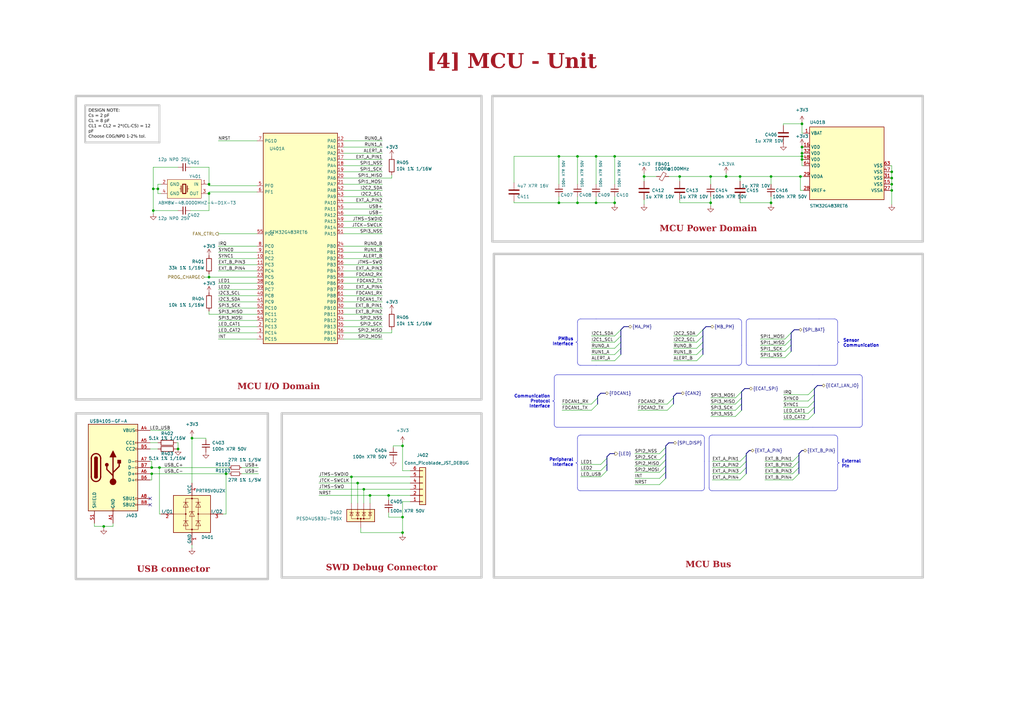
<source format=kicad_sch>
(kicad_sch (version 20230121) (generator eeschema)
  (paper "A3")
  (title_block (title "Sheet Title A") (date "Last Modified Date") (rev "${REVISION}") (company "${COMPANY}"))
  (junction (at 165.1 212.09))
  (junction (at 92.71 194.31))
  (junction (at 328.93 65.405))
  (junction (at 297.815 72.39))
  (junction (at 42.545 215.9))
  (junction (at 64.77 77.47))
  (junction (at 365.76 73.025))
  (junction (at 151.765 203.2))
  (junction (at 165.1 218.44))
  (junction (at 73.025 184.15))
  (junction (at 291.465 83.185))
  (junction (at 78.74 179.705))
  (junction (at 85.725 75.565))
  (junction (at 85.725 79.375))
  (junction (at 144.145 195.58))
  (junction (at 252.095 83.185))
  (junction (at 244.475 83.185))
  (junction (at 62.23 194.31))
  (junction (at 316.23 72.39))
  (junction (at 328.295 72.39))
  (junction (at 316.23 83.185))
  (junction (at 62.865 86.36))
  (junction (at 149.225 200.66))
  (junction (at 328.93 62.865))
  (junction (at 236.855 83.185))
  (junction (at 229.235 64.135))
  (junction (at 62.23 191.77))
  (junction (at 328.93 50.8))
  (junction (at 244.475 64.135))
  (junction (at 278.765 72.39))
  (junction (at 62.865 77.47))
  (junction (at 303.53 72.39))
  (junction (at 365.76 70.485))
  (junction (at 365.76 75.565))
  (junction (at 146.685 198.12))
  (junction (at 328.93 64.135))
  (junction (at 252.095 64.135))
  (junction (at 365.76 78.105))
  (junction (at 165.1 182.88))
  (junction (at 264.16 72.39))
  (junction (at 236.855 64.135))
  (junction (at 85.725 113.665))
  (junction (at 229.235 83.185))
  (junction (at 159.385 203.2))
  (junction (at 328.93 60.325))
  (junction (at 291.465 72.39))
  (junction (at 65.405 191.77))
  (no_connect (at 61.595 207.01))
  (no_connect (at 61.595 204.47))
  (bus_entry (at 254.635 142.875) (size -2.54 2.54))
  (bus_entry (at 246.38 195.58) (size 2.54 -2.54))
  (bus_entry (at 334 167.01) (size -2.54 2.54))
  (bus_entry (at 324.495 139.055) (size -2.54 2.54))
  (bus_entry (at 246.38 193.04) (size 2.54 -2.54))
  (bus_entry (at 306.07 194.31) (size -2.54 2.54))
  (bus_entry (at 273.05 183.515) (size -2.54 2.54))
  (bus_entry (at 273.05 186.055) (size -2.54 2.54))
  (bus_entry (at 242.57 168.275) (size 2.54 -2.54))
  (bus_entry (at 334 169.55) (size -2.54 2.54))
  (bus_entry (at 304.165 165.735) (size -2.54 2.54))
  (bus_entry (at 273.05 196.215) (size -2.54 2.54))
  (bus_entry (at 273.685 165.735) (size 2.54 -2.54))
  (bus_entry (at 273.05 191.135) (size -2.54 2.54))
  (bus_entry (at 304.165 168.275) (size -2.54 2.54))
  (bus_entry (at 306.07 186.69) (size -2.54 2.54))
  (bus_entry (at 327.66 194.31) (size -2.54 2.54))
  (bus_entry (at 306.07 189.23) (size -2.54 2.54))
  (bus_entry (at 306.07 191.77) (size -2.54 2.54))
  (bus_entry (at 327.66 189.23) (size -2.54 2.54))
  (bus_entry (at 246.38 190.5) (size 2.54 -2.54))
  (bus_entry (at 254.635 140.335) (size -2.54 2.54))
  (bus_entry (at 273.05 188.595) (size -2.54 2.54))
  (bus_entry (at 304.165 163.195) (size -2.54 2.54))
  (bus_entry (at 254.635 137.795) (size -2.54 2.54))
  (bus_entry (at 288.29 135.255) (size -2.54 2.54))
  (bus_entry (at 334 164.47) (size -2.54 2.54))
  (bus_entry (at 324.495 136.515) (size -2.54 2.54))
  (bus_entry (at 334 161.93) (size -2.54 2.54))
  (bus_entry (at 242.57 165.735) (size 2.54 -2.54))
  (bus_entry (at 334 159.39) (size -2.54 2.54))
  (bus_entry (at 254.635 145.415) (size -2.54 2.54))
  (bus_entry (at 327.66 191.77) (size -2.54 2.54))
  (bus_entry (at 254.635 135.255) (size -2.54 2.54))
  (bus_entry (at 324.495 141.595) (size -2.54 2.54))
  (bus_entry (at 327.66 186.69) (size -2.54 2.54))
  (bus_entry (at 288.29 145.415) (size -2.54 2.54))
  (bus_entry (at 273.05 193.675) (size -2.54 2.54))
  (bus_entry (at 288.29 137.795) (size -2.54 2.54))
  (bus_entry (at 288.29 142.875) (size -2.54 2.54))
  (bus_entry (at 288.29 140.335) (size -2.54 2.54))
  (bus_entry (at 304.165 160.655) (size -2.54 2.54))
  (bus_entry (at 324.495 144.135) (size -2.54 2.54))
  (bus_entry (at 273.685 168.275) (size 2.54 -2.54))
  (bus (pts (xy 250.19 186.055) (xy 252.095 186.055)))
  (wire (pts (xy 328.93 50.8) (xy 328.93 54.61)))
  (wire (pts (xy 161.29 182.88) (xy 165.1 182.88)))
  (bus (pts (xy 304.165 160.655) (xy 304.165 163.195)))
  (wire (pts (xy 264.16 71.12) (xy 264.16 72.39)))
  (wire (pts (xy 66.04 79.375) (xy 64.77 79.375)))
  (bus (pts (xy 254.635 137.795) (xy 254.635 140.335)))
  (wire (pts (xy 140.97 111.125) (xy 156.845 111.125)))
  (wire (pts (xy 316.23 72.39) (xy 316.23 75.565)))
  (wire (pts (xy 165.1 218.44) (xy 165.1 219.075)))
  (wire (pts (xy 273.685 168.275) (xy 261.62 168.275)))
  (wire (pts (xy 159.385 212.09) (xy 165.1 212.09)))
  (wire (pts (xy 85.725 75.565) (xy 85.09 75.565)))
  (wire (pts (xy 328.93 65.405) (xy 329.565 65.405)))
  (bus (pts (xy 276.225 162.56) (xy 277.495 161.29)))
  (polyline (pts (xy 333.365 175.265) (xy 352.415 175.265)))
  (wire (pts (xy 92.71 210.82) (xy 92.71 194.31)))
  (wire (pts (xy 328.295 72.39) (xy 329.565 72.39)))
  (wire (pts (xy 328.93 62.865) (xy 328.93 60.325)))
  (wire (pts (xy 229.235 80.645) (xy 229.235 83.185)))
  (wire (pts (xy 321.31 50.8) (xy 328.93 50.8)))
  (wire (pts (xy 274.32 72.39) (xy 278.765 72.39)))
  (polyline (pts (xy 342.265 130.81) (xy 335.915 130.81)))
  (wire (pts (xy 62.23 196.85) (xy 62.23 194.31)))
  (wire (pts (xy 78.74 179.705) (xy 78.74 198.12)))
  (bus (pts (xy 324.495 141.595) (xy 324.495 144.135)))
  (bus (pts (xy 245.11 162.56) (xy 246.38 161.29)))
  (polyline (pts (xy 228.6 175.26) (xy 333.365 175.265)))
  (wire (pts (xy 99.06 194.31) (xy 106.045 194.31)))
  (wire (pts (xy 244.475 83.185) (xy 252.095 83.185)))
  (wire (pts (xy 297.815 72.39) (xy 303.53 72.39)))
  (wire (pts (xy 303.53 72.39) (xy 316.23 72.39)))
  (wire (pts (xy 105.41 111.125) (xy 89.535 111.125)))
  (wire (pts (xy 165.1 181.61) (xy 165.1 182.88)))
  (wire (pts (xy 61.595 194.31) (xy 62.23 194.31)))
  (wire (pts (xy 365.76 73.025) (xy 365.76 75.565)))
  (wire (pts (xy 64.77 77.47) (xy 62.865 77.47)))
  (wire (pts (xy 156.845 60.325) (xy 140.97 60.325)))
  (wire (pts (xy 264.16 81.915) (xy 264.16 83.82)))
  (wire (pts (xy 156.845 100.965) (xy 140.97 100.965)))
  (wire (pts (xy 311.795 141.595) (xy 321.955 141.595)))
  (wire (pts (xy 328.93 50.165) (xy 328.93 50.8)))
  (bus (pts (xy 273.05 182.88) (xy 273.05 183.515)))
  (wire (pts (xy 89.535 116.205) (xy 105.41 116.205)))
  (wire (pts (xy 260.35 188.595) (xy 270.51 188.595)))
  (wire (pts (xy 156.845 62.865) (xy 140.97 62.865)))
  (wire (pts (xy 156.845 106.045) (xy 140.97 106.045)))
  (wire (pts (xy 365.76 67.945) (xy 365.76 70.485)))
  (wire (pts (xy 365.76 78.105) (xy 365.76 83.82)))
  (wire (pts (xy 89.535 131.445) (xy 105.41 131.445)))
  (wire (pts (xy 278.765 72.39) (xy 291.465 72.39)))
  (bus (pts (xy 288.29 140.335) (xy 288.29 142.875)))
  (bus (pts (xy 306.07 189.23) (xy 306.07 191.77)))
  (wire (pts (xy 236.855 83.185) (xy 244.475 83.185)))
  (wire (pts (xy 78.74 224.79) (xy 78.74 223.52)))
  (bus (pts (xy 306.07 191.77) (xy 306.07 194.31)))
  (wire (pts (xy 89.535 136.525) (xy 105.41 136.525)))
  (wire (pts (xy 291.465 80.645) (xy 291.465 83.185)))
  (wire (pts (xy 83.82 113.665) (xy 85.725 113.665)))
  (wire (pts (xy 85.725 86.36) (xy 85.725 79.375)))
  (wire (pts (xy 89.535 121.285) (xy 105.41 121.285)))
  (wire (pts (xy 229.235 64.135) (xy 229.235 75.565)))
  (wire (pts (xy 321.3 172.09) (xy 331.46 172.09)))
  (bus (pts (xy 245.11 163.195) (xy 245.11 165.735)))
  (wire (pts (xy 297.815 71.12) (xy 297.815 72.39)))
  (bus (pts (xy 254.635 140.335) (xy 254.635 142.875)))
  (wire (pts (xy 244.475 64.135) (xy 252.095 64.135)))
  (wire (pts (xy 242.57 140.335) (xy 252.095 140.335)))
  (polyline (pts (xy 306.065 148.585) (xy 306.07 141.605)))
  (wire (pts (xy 246.38 193.04) (xy 238.125 193.04)))
  (wire (pts (xy 242.57 137.795) (xy 252.095 137.795)))
  (wire (pts (xy 140.97 108.585) (xy 156.845 108.585)))
  (wire (pts (xy 140.97 123.825) (xy 156.845 123.825)))
  (bus (pts (xy 248.92 190.5) (xy 248.92 193.04)))
  (polyline (pts (xy 236.85 179.71) (xy 236.855 189.23)))
  (wire (pts (xy 365.76 78.105) (xy 365.125 78.105)))
  (wire (pts (xy 85.725 78.74) (xy 105.41 78.74)))
  (wire (pts (xy 140.97 85.725) (xy 156.845 85.725)))
  (wire (pts (xy 278.765 83.185) (xy 291.465 83.185)))
  (bus (pts (xy 248.92 187.325) (xy 248.92 187.96)))
  (bus (pts (xy 334 159.39) (xy 335.27 158.12)))
  (bus (pts (xy 327.66 186.055) (xy 327.66 186.69)))
  (wire (pts (xy 144.145 206.375) (xy 144.145 195.58)))
  (bus (pts (xy 273.05 182.88) (xy 274.32 181.61)))
  (wire (pts (xy 260.35 191.135) (xy 270.51 191.135)))
  (wire (pts (xy 156.845 103.505) (xy 140.97 103.505)))
  (wire (pts (xy 210.82 74.93) (xy 210.82 64.135)))
  (wire (pts (xy 156.845 131.445) (xy 140.97 131.445)))
  (wire (pts (xy 85.725 76.2) (xy 105.41 76.2)))
  (wire (pts (xy 252.095 64.135) (xy 252.095 75.565)))
  (wire (pts (xy 61.595 189.23) (xy 62.23 189.23)))
  (wire (pts (xy 105.41 57.785) (xy 89.535 57.785)))
  (wire (pts (xy 276.225 142.875) (xy 285.75 142.875)))
  (wire (pts (xy 62.23 191.77) (xy 65.405 191.77)))
  (bus (pts (xy 288.29 135.255) (xy 289.56 133.985)))
  (wire (pts (xy 161.29 183.515) (xy 161.29 182.88)))
  (wire (pts (xy 92.71 194.31) (xy 93.98 194.31)))
  (wire (pts (xy 168.275 205.74) (xy 165.1 205.74)))
  (wire (pts (xy 260.35 196.215) (xy 270.51 196.215)))
  (wire (pts (xy 85.725 79.375) (xy 85.09 79.375)))
  (wire (pts (xy 365.76 70.485) (xy 365.125 70.485)))
  (wire (pts (xy 140.97 75.565) (xy 156.845 75.565)))
  (wire (pts (xy 140.97 80.645) (xy 156.845 80.645)))
  (polyline (pts (xy 290.83 179.705) (xy 290.825 189.23)))
  (bus (pts (xy 304.165 160.655) (xy 305.435 159.385)))
  (bus (pts (xy 334 161.93) (xy 334 164.47)))
  (wire (pts (xy 159.385 203.2) (xy 168.275 203.2)))
  (wire (pts (xy 252.095 80.645) (xy 252.095 83.185)))
  (wire (pts (xy 276.225 140.335) (xy 285.75 140.335)))
  (wire (pts (xy 156.845 133.985) (xy 140.97 133.985)))
  (wire (pts (xy 156.845 57.785) (xy 140.97 57.785)))
  (wire (pts (xy 273.685 165.735) (xy 261.62 165.735)))
  (bus (pts (xy 289.56 133.985) (xy 291.465 133.985)))
  (wire (pts (xy 105.41 108.585) (xy 89.535 108.585)))
  (polyline (pts (xy 228.6 153.67) (xy 333.365 153.675)))
  (wire (pts (xy 72.39 181.61) (xy 73.025 181.61)))
  (wire (pts (xy 244.475 64.135) (xy 244.475 75.565)))
  (wire (pts (xy 78.74 179.705) (xy 84.455 179.705)))
  (wire (pts (xy 321.31 50.8) (xy 321.31 51.435)))
  (wire (pts (xy 140.97 136.525) (xy 160.655 136.525)))
  (wire (pts (xy 276.225 147.955) (xy 285.75 147.955)))
  (wire (pts (xy 62.23 194.31) (xy 92.71 194.31)))
  (bus (pts (xy 324.495 136.515) (xy 325.765 135.245)))
  (wire (pts (xy 89.535 100.965) (xy 105.41 100.965)))
  (wire (pts (xy 62.865 68.58) (xy 62.865 77.47)))
  (wire (pts (xy 291.465 72.39) (xy 291.465 75.565)))
  (wire (pts (xy 292.1 191.77) (xy 303.53 191.77)))
  (bus (pts (xy 288.29 137.795) (xy 288.29 140.335)))
  (wire (pts (xy 252.095 64.135) (xy 328.93 64.135)))
  (wire (pts (xy 365.76 73.025) (xy 365.125 73.025)))
  (wire (pts (xy 291.465 163.195) (xy 301.625 163.195)))
  (wire (pts (xy 236.855 64.135) (xy 236.855 75.565)))
  (polyline (pts (xy 227.32 165.11) (xy 227.33 173.99)))
  (polyline (pts (xy 343.535 140.97) (xy 343.53 148.585)))
  (wire (pts (xy 321.3 167.01) (xy 331.46 167.01)))
  (wire (pts (xy 85.725 128.905) (xy 105.41 128.905)))
  (wire (pts (xy 89.535 118.745) (xy 105.41 118.745)))
  (polyline (pts (xy 238.125 149.86) (xy 244.475 149.86)))
  (bus (pts (xy 324.495 139.055) (xy 324.495 141.595)))
  (wire (pts (xy 89.535 95.885) (xy 105.41 95.885)))
  (bus (pts (xy 324.495 136.515) (xy 324.495 139.055)))
  (bus (pts (xy 305.435 159.385) (xy 307.34 159.385)))
  (wire (pts (xy 365.76 67.945) (xy 365.125 67.945)))
  (polyline (pts (xy 290.825 189.23) (xy 290.83 200.025)))
  (wire (pts (xy 140.97 78.105) (xy 156.845 78.105)))
  (wire (pts (xy 140.97 67.945) (xy 156.845 67.945)))
  (bus (pts (xy 325.765 135.245) (xy 327.67 135.245)))
  (bus (pts (xy 306.07 186.055) (xy 306.07 186.69)))
  (wire (pts (xy 89.535 123.825) (xy 105.41 123.825)))
  (wire (pts (xy 328.93 60.325) (xy 329.565 60.325)))
  (wire (pts (xy 276.225 145.415) (xy 285.75 145.415)))
  (wire (pts (xy 62.865 77.47) (xy 62.865 86.36)))
  (wire (pts (xy 140.97 116.205) (xy 156.845 116.205)))
  (wire (pts (xy 236.855 80.645) (xy 236.855 83.185)))
  (wire (pts (xy 264.16 72.39) (xy 264.16 74.295)))
  (polyline (pts (xy 342.265 149.86) (xy 335.915 149.86)))
  (wire (pts (xy 159.385 210.185) (xy 159.385 212.09)))
  (wire (pts (xy 229.235 83.185) (xy 236.855 83.185)))
  (wire (pts (xy 316.23 72.39) (xy 328.295 72.39)))
  (bus (pts (xy 334 164.47) (xy 334 167.01)))
  (wire (pts (xy 65.405 191.77) (xy 65.405 210.82)))
  (bus (pts (xy 246.38 161.29) (xy 248.285 161.29)))
  (wire (pts (xy 329.565 78.105) (xy 328.295 78.105)))
  (wire (pts (xy 311.795 146.675) (xy 321.955 146.675)))
  (wire (pts (xy 292.1 189.23) (xy 303.53 189.23)))
  (wire (pts (xy 242.57 145.415) (xy 252.095 145.415)))
  (bus (pts (xy 255.905 133.985) (xy 257.81 133.985)))
  (wire (pts (xy 278.765 72.39) (xy 278.765 74.295)))
  (wire (pts (xy 65.405 210.82) (xy 66.04 210.82)))
  (wire (pts (xy 89.535 106.045) (xy 105.41 106.045)))
  (wire (pts (xy 321.3 164.47) (xy 331.46 164.47)))
  (polyline (pts (xy 236.855 140.97) (xy 236.86 148.585)))
  (wire (pts (xy 61.595 196.85) (xy 62.23 196.85)))
  (wire (pts (xy 140.97 118.745) (xy 156.845 118.745)))
  (bus (pts (xy 254.635 135.255) (xy 255.905 133.985)))
  (wire (pts (xy 365.76 75.565) (xy 365.125 75.565)))
  (wire (pts (xy 149.225 200.66) (xy 168.275 200.66)))
  (wire (pts (xy 140.97 70.485) (xy 156.845 70.485)))
  (wire (pts (xy 242.57 168.275) (xy 230.505 168.275)))
  (wire (pts (xy 61.595 191.77) (xy 62.23 191.77)))
  (wire (pts (xy 328.93 59.69) (xy 328.93 60.325)))
  (wire (pts (xy 85.725 113.665) (xy 105.41 113.665)))
  (wire (pts (xy 85.725 127.635) (xy 85.725 128.905)))
  (bus (pts (xy 273.05 186.055) (xy 273.05 188.595)))
  (wire (pts (xy 242.57 147.955) (xy 252.095 147.955)))
  (wire (pts (xy 313.69 194.31) (xy 325.12 194.31)))
  (wire (pts (xy 260.35 186.055) (xy 270.51 186.055)))
  (wire (pts (xy 313.69 191.77) (xy 325.12 191.77)))
  (wire (pts (xy 276.225 137.795) (xy 285.75 137.795)))
  (wire (pts (xy 311.795 144.135) (xy 321.955 144.135)))
  (wire (pts (xy 64.77 77.47) (xy 64.77 79.375)))
  (polyline (pts (xy 343.535 179.705) (xy 343.53 189.225)))
  (wire (pts (xy 140.97 121.285) (xy 156.845 121.285)))
  (wire (pts (xy 38.735 214.63) (xy 38.735 215.9)))
  (polyline (pts (xy 342.265 178.435) (xy 292.1 178.435)))
  (bus (pts (xy 245.11 162.56) (xy 245.11 163.195)))
  (polyline (pts (xy 244.475 130.81) (xy 302.895 130.81)))
  (wire (pts (xy 168.275 193.04) (xy 165.1 193.04)))
  (wire (pts (xy 140.97 93.345) (xy 156.845 93.345)))
  (wire (pts (xy 252.095 83.185) (xy 252.095 83.82)))
  (polyline (pts (xy 343.53 132.075) (xy 343.525 139.69)))
  (wire (pts (xy 130.81 195.58) (xy 144.145 195.58)))
  (polyline (pts (xy 238.12 178.44) (xy 287.655 178.435)))
  (wire (pts (xy 140.97 139.065) (xy 156.845 139.065)))
  (polyline (pts (xy 335.915 130.81) (xy 307.34 130.81)))
  (wire (pts (xy 130.81 203.2) (xy 151.765 203.2)))
  (wire (pts (xy 84.455 180.34) (xy 84.455 179.705)))
  (wire (pts (xy 165.1 205.74) (xy 165.1 212.09)))
  (wire (pts (xy 61.595 176.53) (xy 69.85 176.53)))
  (bus (pts (xy 307.34 184.785) (xy 307.975 184.785)))
  (bus (pts (xy 334 167.01) (xy 334 169.55)))
  (wire (pts (xy 165.1 212.09) (xy 165.1 218.44)))
  (wire (pts (xy 260.35 193.675) (xy 270.51 193.675)))
  (wire (pts (xy 62.23 191.77) (xy 62.23 189.23)))
  (bus (pts (xy 248.92 187.96) (xy 248.92 190.5)))
  (polyline (pts (xy 238.125 130.81) (xy 244.475 130.81)))
  (wire (pts (xy 99.06 191.77) (xy 106.045 191.77)))
  (wire (pts (xy 229.235 64.135) (xy 236.855 64.135)))
  (bus (pts (xy 254.635 142.875) (xy 254.635 145.415)))
  (bus (pts (xy 273.05 191.135) (xy 273.05 193.675)))
  (bus (pts (xy 327.66 186.69) (xy 327.66 189.23)))
  (wire (pts (xy 85.725 112.395) (xy 85.725 113.665)))
  (wire (pts (xy 140.97 88.265) (xy 156.845 88.265)))
  (polyline (pts (xy 238.125 201.295) (xy 287.655 201.295)))
  (wire (pts (xy 61.595 184.15) (xy 64.77 184.15)))
  (wire (pts (xy 149.225 206.375) (xy 149.225 200.66)))
  (wire (pts (xy 328.93 67.945) (xy 329.565 67.945)))
  (wire (pts (xy 291.465 72.39) (xy 297.815 72.39)))
  (bus (pts (xy 273.05 183.515) (xy 273.05 186.055)))
  (bus (pts (xy 254.635 135.255) (xy 254.635 137.795)))
  (bus (pts (xy 248.92 187.325) (xy 250.19 186.055)))
  (wire (pts (xy 147.955 216.535) (xy 147.955 218.44)))
  (polyline (pts (xy 335.915 149.86) (xy 307.34 149.86)))
  (polyline (pts (xy 343.54 190.505) (xy 343.535 200.025)))
  (wire (pts (xy 160.655 135.255) (xy 160.655 136.525)))
  (wire (pts (xy 147.955 218.44) (xy 165.1 218.44)))
  (bus (pts (xy 335.27 158.12) (xy 337.175 158.12)))
  (polyline (pts (xy 306.07 141.605) (xy 306.07 132.08)))
  (wire (pts (xy 292.1 194.31) (xy 303.53 194.31)))
  (wire (pts (xy 313.69 196.85) (xy 325.12 196.85)))
  (bus (pts (xy 273.05 188.595) (xy 273.05 191.135)))
  (wire (pts (xy 316.23 83.185) (xy 316.23 83.82)))
  (wire (pts (xy 328.93 65.405) (xy 328.93 64.135)))
  (wire (pts (xy 328.295 72.39) (xy 328.295 78.105)))
  (wire (pts (xy 321.3 161.93) (xy 331.46 161.93)))
  (wire (pts (xy 242.57 142.875) (xy 252.095 142.875)))
  (wire (pts (xy 146.685 198.12) (xy 168.275 198.12)))
  (bus (pts (xy 304.165 163.195) (xy 304.165 165.735)))
  (wire (pts (xy 291.465 165.735) (xy 301.625 165.735)))
  (wire (pts (xy 151.765 203.2) (xy 159.385 203.2)))
  (wire (pts (xy 291.465 168.275) (xy 301.625 168.275)))
  (wire (pts (xy 303.53 83.185) (xy 316.23 83.185)))
  (wire (pts (xy 151.765 206.375) (xy 151.765 203.2)))
  (wire (pts (xy 78.74 179.07) (xy 78.74 179.705)))
  (wire (pts (xy 140.97 95.885) (xy 156.845 95.885)))
  (wire (pts (xy 66.04 75.565) (xy 64.77 75.565)))
  (bus (pts (xy 304.165 165.735) (xy 304.165 168.275)))
  (wire (pts (xy 210.82 64.135) (xy 229.235 64.135)))
  (wire (pts (xy 46.355 215.9) (xy 46.355 214.63)))
  (bus (pts (xy 276.225 163.195) (xy 276.225 165.735)))
  (wire (pts (xy 42.545 215.9) (xy 46.355 215.9)))
  (wire (pts (xy 140.97 113.665) (xy 156.845 113.665)))
  (wire (pts (xy 140.97 90.805) (xy 156.845 90.805)))
  (wire (pts (xy 365.76 70.485) (xy 365.76 73.025)))
  (wire (pts (xy 328.93 62.865) (xy 328.93 64.135)))
  (wire (pts (xy 291.465 83.185) (xy 291.465 84.455)))
  (wire (pts (xy 246.38 190.5) (xy 238.125 190.5)))
  (bus (pts (xy 288.29 142.875) (xy 288.29 145.415)))
  (wire (pts (xy 328.93 62.865) (xy 329.565 62.865)))
  (polyline (pts (xy 333.365 153.675) (xy 352.415 153.675)))
  (wire (pts (xy 85.725 78.74) (xy 85.725 79.375)))
  (wire (pts (xy 42.545 216.535) (xy 42.545 215.9)))
  (wire (pts (xy 64.77 75.565) (xy 64.77 77.47)))
  (wire (pts (xy 140.97 126.365) (xy 156.845 126.365)))
  (wire (pts (xy 210.82 82.55) (xy 210.82 83.185)))
  (wire (pts (xy 140.97 73.025) (xy 160.655 73.025)))
  (polyline (pts (xy 353.685 173.995) (xy 353.685 163.835)))
  (polyline (pts (xy 236.86 132.075) (xy 236.865 139.69)))
  (wire (pts (xy 130.81 198.12) (xy 146.685 198.12)))
  (wire (pts (xy 165.1 182.88) (xy 165.1 193.04)))
  (wire (pts (xy 146.685 206.375) (xy 146.685 198.12)))
  (bus (pts (xy 277.495 161.29) (xy 279.4 161.29)))
  (bus (pts (xy 274.32 181.61) (xy 276.225 181.61)))
  (wire (pts (xy 303.53 81.915) (xy 303.53 83.185)))
  (bus (pts (xy 328.93 184.785) (xy 329.565 184.785)))
  (wire (pts (xy 313.69 189.23) (xy 325.12 189.23)))
  (wire (pts (xy 73.025 181.61) (xy 73.025 184.15)))
  (wire (pts (xy 365.76 75.565) (xy 365.76 78.105)))
  (wire (pts (xy 89.535 133.985) (xy 105.41 133.985)))
  (wire (pts (xy 89.535 126.365) (xy 105.41 126.365)))
  (wire (pts (xy 73.025 184.15) (xy 72.39 184.15)))
  (wire (pts (xy 292.1 196.85) (xy 303.53 196.85)))
  (wire (pts (xy 316.23 80.645) (xy 316.23 83.185)))
  (wire (pts (xy 328.93 67.945) (xy 328.93 65.405)))
  (bus (pts (xy 306.07 186.69) (xy 306.07 189.23)))
  (polyline (pts (xy 304.165 141.605) (xy 304.165 132.08)))
  (wire (pts (xy 238.125 195.58) (xy 246.38 195.58)))
  (wire (pts (xy 270.51 198.755) (xy 260.35 198.755)))
  (wire (pts (xy 65.405 191.77) (xy 93.98 191.77)))
  (wire (pts (xy 130.81 200.66) (xy 149.225 200.66)))
  (wire (pts (xy 159.385 203.2) (xy 159.385 205.105)))
  (wire (pts (xy 89.535 103.505) (xy 105.41 103.505)))
  (bus (pts (xy 334 159.39) (xy 334 161.93)))
  (bus (pts (xy 276.225 162.56) (xy 276.225 163.195)))
  (wire (pts (xy 144.145 195.58) (xy 168.275 195.58)))
  (wire (pts (xy 236.855 64.135) (xy 244.475 64.135)))
  (bus (pts (xy 288.29 135.255) (xy 288.29 137.795)))
  (wire (pts (xy 73.025 68.58) (xy 62.865 68.58)))
  (wire (pts (xy 242.57 165.735) (xy 230.505 165.735)))
  (bus (pts (xy 327.66 189.23) (xy 327.66 191.77)))
  (wire (pts (xy 85.725 68.58) (xy 85.725 75.565)))
  (wire (pts (xy 140.97 65.405) (xy 156.845 65.405)))
  (wire (pts (xy 85.725 76.2) (xy 85.725 75.565)))
  (bus (pts (xy 327.66 191.77) (xy 327.66 194.31)))
  (wire (pts (xy 291.465 170.815) (xy 301.625 170.815)))
  (wire (pts (xy 61.595 181.61) (xy 64.77 181.61)))
  (polyline (pts (xy 288.93 189.23) (xy 288.925 200.025)))
  (wire (pts (xy 38.735 215.9) (xy 42.545 215.9)))
  (wire (pts (xy 140.97 128.905) (xy 156.845 128.905)))
  (bus (pts (xy 327.66 186.055) (xy 328.93 184.785)))
  (wire (pts (xy 160.655 71.755) (xy 160.655 73.025)))
  (polyline (pts (xy 288.925 179.705) (xy 288.93 189.23)))
  (wire (pts (xy 321.3 169.55) (xy 331.46 169.55)))
  (wire (pts (xy 91.44 210.82) (xy 92.71 210.82)))
  (polyline (pts (xy 227.33 154.94) (xy 227.33 163.83)))
  (wire (pts (xy 278.765 81.915) (xy 278.765 83.185)))
  (wire (pts (xy 328.93 54.61) (xy 329.565 54.61)))
  (polyline (pts (xy 304.17 148.585) (xy 304.165 141.605)))
  (wire (pts (xy 140.97 83.185) (xy 156.845 83.185)))
  (wire (pts (xy 89.535 139.065) (xy 105.41 139.065)))
  (polyline (pts (xy 236.845 190.51) (xy 236.85 200.03)))
  (wire (pts (xy 264.16 72.39) (xy 269.24 72.39)))
  (polyline (pts (xy 244.475 149.86) (xy 302.895 149.86)))
  (wire (pts (xy 311.795 139.055) (xy 321.955 139.055)))
  (bus (pts (xy 306.07 186.055) (xy 307.34 184.785)))
  (wire (pts (xy 303.53 72.39) (xy 303.53 74.295)))
  (wire (pts (xy 244.475 80.645) (xy 244.475 83.185)))
  (wire (pts (xy 85.725 68.58) (xy 78.105 68.58)))
  (wire (pts (xy 78.105 86.36) (xy 85.725 86.36)))
  (polyline (pts (xy 342.265 201.295) (xy 292.1 201.295)))
  (bus (pts (xy 273.05 193.675) (xy 273.05 196.215)))
  (wire (pts (xy 73.025 86.36) (xy 62.865 86.36)))
  (wire (pts (xy 62.865 86.36) (xy 62.865 87.63)))
  (polyline (pts (xy 353.685 163.835) (xy 353.685 154.945)))
  (wire (pts (xy 210.82 83.185) (xy 229.235 83.185)))
  (rectangle (start 202.565 104.14) (end 378.46 236.855) (stroke (width 1) (color 200 200 200 1)))
  (arc (start 302.9 130.805) (mid 303.8007 131.1728) (end 304.17 132.075))
  (arc (start 236.225 140.33) (mid 236.677 140.513) (end 236.86 140.965))
  (arc (start 307.34 149.86) (mid 306.4417 149.4869) (end 306.07 148.59))
  (arc (start 236.215 189.87) (mid 236.6701 190.0499) (end 236.85 190.505))
  (arc (start 352.415 153.675) (mid 353.3175 154.0425) (end 353.685 154.945))
  (arc (start 236.86 132.075) (mid 237.2317 131.1752) (end 238.13 130.805))
  (arc (start 236.85 189.235) (mid 236.664 189.684) (end 236.215 189.87))
  (arc (start 236.855 179.705) (mid 237.2267 178.8052) (end 238.125 178.435))
  (arc (start 304.165 148.59) (mid 303.7913 149.4848) (end 302.895 149.86))
  (rectangle (start 31.115 169.545) (end 109.855 237.49) (stroke (width 1) (color 200 200 200 1)))
  (arc (start 343.54 200.03) (mid 343.1758 200.9373) (end 342.27 201.3))
  (arc (start 238.115 201.305) (mid 237.2092 200.9393) (end 236.845 200.035))
  (arc (start 343.535 148.59) (mid 343.1657 149.4892) (end 342.265 149.86))
  (arc (start 306.065 132.075) (mid 306.4322 131.1707) (end 307.335 130.805))
  (arc (start 288.93 200.03) (mid 288.5637 200.9322) (end 287.66 201.3))
  (arc (start 226.69 164.47) (mid 227.1453 164.6512) (end 227.325 165.105))
  (rectangle (start 115.57 169.545) (end 197.485 236.855) (stroke (width 1) (color 200 200 200 1)))
  (arc (start 343.535 190.5) (mid 343.7167 190.0483) (end 344.17 189.865))
  (arc (start 342.26 130.805) (mid 343.1562 131.1773) (end 343.53 132.075))
  (arc (start 290.835 179.7) (mid 291.2037 178.7972) (end 292.105 178.43))
  (arc (start 344.17 189.865) (mid 343.7192 189.6793) (end 343.535 189.23))
  (arc (start 292.095 201.3) (mid 291.1943 200.9322) (end 290.825 200.03))
  (arc (start 344.165 140.33) (mid 343.7174 140.1426) (end 343.53 139.695))
  (arc (start 227.325 163.835) (mid 227.1393 164.2858) (end 226.69 164.47))
  (rectangle (start 31.115 39.37) (end 197.485 163.83) (stroke (width 1) (color 200 200 200 1)))
  (rectangle (start 201.93 39.37) (end 378.46 99.06) (stroke (width 1) (color 200 200 200 1)))
  (arc (start 353.68 174) (mid 353.308 174.898) (end 352.41 175.27))
  (arc (start 228.59 175.27) (mid 227.6875 174.9025) (end 227.32 174))
  (arc (start 227.325 154.945) (mid 227.697 154.047) (end 228.595 153.675))
  (arc (start 342.265 178.44) (mid 343.1612 178.8123) (end 343.535 179.71))
  (arc (start 343.53 140.965) (mid 343.7115 140.5115) (end 344.165 140.33))
  (arc (start 287.65 178.43) (mid 288.5513 178.8002) (end 288.92 179.7))
  (arc (start 236.86 139.695) (mid 236.674 140.144) (end 236.225 140.33))
  (arc (start 238.125 149.86) (mid 237.2222 149.4913) (end 236.855 148.59))
  (text_box "USB connector" (at 31.75 229.87 0) (size 78.74 6.985) (stroke (width -0.0001)) (effects (font (size 2.54 2.54) (thickness 0.508) bold) (justify bottom)))
  (text_box "Communication Protocol Interface" (at 213.35 160.66 0) (size 13.335 7.62) (stroke (width -0.0001)) (effects (font (size 1.27 1.27) (thickness 0.254) bold) (justify right top)))
  (text_box "PMBus Interface" (at 222.885 137.16 0) (size 13.335 5.715) (stroke (width -0.0001)) (effects (font (size 1.27 1.27) (thickness 0.254) bold) (justify right top)))
  (text_box "MCU Power Domain" (at 202.565 90.17 0) (size 175.895 6.985) (stroke (width -0.0001)) (effects (font (size 2.54 2.54) (thickness 0.508) bold) (justify bottom)))
  (text_box "Peripheral Interface" (at 222.885 186.69 0) (size 13.335 6.985) (stroke (width -0.0001)) (effects (font (size 1.27 1.27) (thickness 0.254) bold) (justify right top)))
  (text_box "External Pin" (at 344.17 187.325 0) (size 13.335 6.985) (stroke (width -0.0001)) (effects (font (size 1.27 1.27) (thickness 0.254) bold) (justify left top)))
  (text_box "[4] MCU - Unit\n" (at 12.065 19.05 0) (size 395.605 12.7) (stroke (width -0.0001)) (effects (font (size 6 6) (thickness 1.2) bold)))
  (text_box "MCU I/O Domain" (at 31.115 154.94 0) (size 166.37 6.985) (stroke (width -0.0001)) (effects (font (size 2.54 2.54) (thickness 0.508) bold) (justify bottom)))
  (text_box "MCU Bus\n" (at 202.565 227.965 0) (size 175.895 6.985) (stroke (width -0.0001)) (effects (font (size 2.54 2.54) (thickness 0.508) bold) (justify bottom)))
  (text_box "DESIGN NOTE:\nCs = 2 pF\nCL = 8 pF\nCL1 = CL2 = 2*(CL-CS) = 12 pF\nChoose C0G/NP0 1-2% tol." (at 34.925 43.18 0) (size 30.48 15.24) (stroke (width 0.8) (color 200 200 200 1)) (effects (font (size 1.27 1.27)) (justify left top)))
  (text_box "Sensor\nCommunication" (at 344.805 137.795 0) (size 13.335 5.715) (stroke (width -0.0001)) (effects (font (size 1.27 1.27) (thickness 0.254) bold) (justify left top)))
  (text_box "SWD Debug Connector\n" (at 115.57 229.235 0) (size 81.915 6.985) (stroke (width -0.0001)) (effects (font (size 2.54 2.54) (thickness 0.508) bold) (justify bottom)))
  (label "SPI2_SCK" (at 260.35 188.595 0))
  (label "FDCAN1_RX" (at 156.845 121.285 180))
  (label "FDCAN1_TX" (at 230.505 168.275 0))
  (label "ALERT_A" (at 242.57 147.955 0))
  (label "JTMS-SWDIO" (at 156.845 90.805 180))
  (label "LED_CAT2" (at 89.535 136.525 0))
  (label "EXT_A_PIN4" (at 292.1 196.85 0))
  (label "SPI3_MOSI" (at 291.465 163.195 0))
  (label "JTCK-SWCLK" (at 156.845 93.345 180))
  (label "I2C2_SDA" (at 156.845 78.105 180))
  (label "EXT_A_PIN1" (at 156.845 65.405 180))
  (label "JTCK-SWCLK" (at 130.81 198.12 0))
  (label "SPI2_MOSI" (at 156.845 139.065 180))
  (label "USB_C+" (at 67.31 191.77 0))
  (label "LED2" (at 238.125 193.04 0))
  (label "SPI2_MOSI" (at 260.35 193.675 0))
  (label "FDCAN1_TX" (at 156.845 123.825 180))
  (label "EXT_A_PIN3" (at 292.1 194.31 0))
  (label "RUN1_B" (at 156.845 103.505 180))
  (label "I2C2_SDA" (at 276.225 137.795 0))
  (label "SPI3_MISO" (at 89.535 128.905 0))
  (label "USB_C-" (at 67.31 194.31 0))
  (label "RUN0_A" (at 242.57 142.875 0))
  (label "EXT_A_PIN4" (at 156.845 118.745 180))
  (label "EXT_B_PIN1" (at 313.69 189.23 0))
  (label "JTMS-SWO" (at 130.81 200.66 0))
  (label "SPI2_SCK" (at 156.845 133.985 180))
  (label "LED2" (at 89.535 118.745 0))
  (label "SPI2_MISO" (at 260.35 191.135 0))
  (label "LED_CAT1" (at 89.535 133.985 0))
  (label "I2C1_SCL" (at 242.57 140.335 0))
  (label "EXT_B_PIN4" (at 89.535 111.125 0))
  (label "RUN1_A" (at 156.845 60.325 180))
  (label "INT" (at 260.35 196.215 0))
  (label "I2C3_SCL" (at 89.535 121.285 0))
  (label "EXT_A_PIN3" (at 156.845 111.125 180))
  (label "SPI1_SCK" (at 311.795 144.135 0))
  (label "RUN0_B" (at 276.225 142.875 0))
  (label "RUN1_A" (at 242.57 145.415 0))
  (label "RUN1_B" (at 276.225 145.415 0))
  (label "FDCAN2_TX" (at 156.845 116.205 180))
  (label "NRST" (at 260.35 198.755 0))
  (label "FDCAN2_RX" (at 261.62 165.735 0))
  (label "EXT_A_PIN2" (at 156.845 83.185 180))
  (label "EXT_A_PIN2" (at 292.1 191.77 0))
  (label "NRST" (at 89.535 57.785 0))
  (label "LED_USB" (at 238.125 195.58 0))
  (label "LED_USB" (at 69.85 176.53 180))
  (label "SPI3_NSS" (at 291.465 170.815 0))
  (label "EXT_B_PIN2" (at 313.69 191.77 0))
  (label "SPI1_MISO" (at 156.845 73.025 180))
  (label "SPI1_NSS" (at 156.845 67.945 180))
  (label "RUN0_B" (at 156.845 100.965 180))
  (label "INT" (at 89.535 139.065 0))
  (label "LED_CAT2" (at 321.3 172.09 0))
  (label "NRST" (at 130.81 203.2 0))
  (label "SPI1_NSS" (at 311.795 146.675 0))
  (label "LED_CAT1" (at 321.3 169.55 0))
  (label "SYNC1" (at 89.535 106.045 0))
  (label "JTMS-SWO" (at 156.845 108.585 180))
  (label "USB+" (at 106.045 191.77 180))
  (label "I2C2_SCL" (at 156.845 80.645 180))
  (label "ALERT_A" (at 156.845 62.865 180))
  (label "SPI3_MOSI" (at 89.535 131.445 0))
  (label "JTMS-SWDIO" (at 130.81 195.58 0))
  (label "SPI1_MOSI" (at 156.845 75.565 180))
  (label "IRQ" (at 89.535 100.965 0))
  (label "SYNC1" (at 321.3 167.01 0))
  (label "SPI3_SCK" (at 291.465 168.275 0))
  (label "EXT_B_PIN4" (at 313.69 196.85 0))
  (label "I2C3_SDA" (at 89.535 123.825 0))
  (label "EXT_A_PIN1" (at 292.1 189.23 0))
  (label "FDCAN2_RX" (at 156.845 113.665 180))
  (label "USB+" (at 156.845 85.725 180))
  (label "ALERT_B" (at 276.225 147.955 0))
  (label "SYNC0" (at 89.535 103.505 0))
  (label "SPI1_MOSI" (at 311.795 139.055 0))
  (label "SPI2_MISO" (at 156.845 136.525 180))
  (label "SPI2_NSS" (at 260.35 186.055 0))
  (label "EXT_B_PIN2" (at 156.845 128.905 180))
  (label "LED1" (at 89.535 116.205 0))
  (label "ALERT_B" (at 156.845 106.045 180))
  (label "SPI1_MISO" (at 311.795 141.595 0))
  (label "I2C1_SDA" (at 242.57 137.795 0))
  (label "FDCAN2_TX" (at 261.62 168.275 0))
  (label "SPI3_MISO" (at 291.465 165.735 0))
  (label "SPI3_NSS" (at 156.845 95.885 180))
  (label "EXT_B_PIN1" (at 156.845 126.365 180))
  (label "IRQ" (at 321.3 161.93 0))
  (label "SYNC0" (at 321.3 164.47 0))
  (label "SPI2_NSS" (at 156.845 131.445 180))
  (label "USB-" (at 156.845 88.265 180))
  (label "SPI1_SCK" (at 156.845 70.485 180))
  (label "EXT_B_PIN3" (at 89.535 108.585 0))
  (label "EXT_B_PIN3" (at 313.69 194.31 0))
  (label "RUN0_A" (at 156.845 57.785 180))
  (label "SPI3_SCK" (at 89.535 126.365 0))
  (label "FDCAN1_RX" (at 230.505 165.735 0))
  (label "LED1" (at 238.125 190.5 0))
  (label "USB-" (at 106.045 194.31 180))
  (label "I2C2_SCL" (at 276.225 140.335 0))
  (hierarchical_label "{SPI_DISP}" (shape bidirectional) (at 276.225 181.61 0))
  (hierarchical_label "{CAN2}" (shape bidirectional) (at 279.4 161.29 0))
  (hierarchical_label "{MA_PM}" (shape bidirectional) (at 257.81 133.985 0))
  (hierarchical_label "{EXT_B_PIN}" (shape bidirectional) (at 329.565 184.785 0))
  (hierarchical_label "{FDCAN1}" (shape bidirectional) (at 248.285 161.29 0))
  (hierarchical_label "{MB_PM}" (shape bidirectional) (at 291.465 133.985 0))
  (hierarchical_label "FAN_CTRL" (shape output) (at 89.535 95.885 180))
  (hierarchical_label "{SPI_BAT}" (shape bidirectional) (at 327.67 135.245 0))
  (hierarchical_label "{ECAT_SPI}" (shape bidirectional) (at 307.34 159.385 0))
  (hierarchical_label "{ECAT_LAN_IO}" (shape bidirectional) (at 337.175 158.12 0))
  (hierarchical_label "{LED}" (shape output) (at 252.095 186.055 0))
  (hierarchical_label "{EXT_A_PIN}" (shape bidirectional) (at 307.975 184.785 0))
  (hierarchical_label "PROG_CHARGE" (shape bidirectional) (at 83.82 113.665 180))
  (symbol (lib_id "Device:C") (at 278.765 78.105 0) (unit 1)
    (property "Reference" "C413" (at 281.305 78.105 0) (effects (justify left)))
    (property "Value" "1u X7R 10V" (at 278.765 80.645 0) (effects (justify left)))
    (property "Footprint" "0_capacitor_smd:C_0402_1005_DensityHigh" (effects hide))
    (property "Datasheet" "https://search.murata.co.jp/Ceramy/image/img/A01X/G101/ENG/GRM155Z71A105KE01-01A.pdf" (effects hide))
    (property "Description" "1 µF ±10% 10V Ceramic Capacitor X7R 0402 (1005 Metric)" (effects hide))
    (property "Manufacturer" "Murata Electronics" (effects hide))
    (property "Manufacturer Part Number" "GRM155Z71A105KE01J" (effects hide))
    (property "Supplier 1" "Digikey" (effects hide))
    (property "Supplier Part Number 1" "490-GRM155Z71A105KE01JCT-ND" (effects hide))
  )
  (symbol (lib_id "power:GND") (at 165.1 219.075 0) (unit 1)
    (property "Reference" "#PWR0408" (effects hide))
    (property "Value" "GND" (effects hide))
    (instances (project "smps_legged_robot" (path "" (reference "#PWR0408") (unit 1))) (project "nav_lower_controller" (path "" (reference "#PWR041") (unit 1)) (path "" (reference "#PWR041") (unit 1))))
  )
  (symbol (lib_id "Device:C") (at 303.53 78.105 0) (unit 1)
    (property "Reference" "C415" (at 306.07 78.105 0) (effects (justify left)))
    (property "Value" "1u X7R 10V" (at 304.165 76.2 0) (effects (justify left)))
    (property "Footprint" "0_capacitor_smd:C_0402_1005_DensityHigh" (effects hide))
    (property "Datasheet" "https://search.murata.co.jp/Ceramy/image/img/A01X/G101/ENG/GRM155Z71A105KE01-01A.pdf" (effects hide))
    (property "Description" "1 µF ±10% 10V Ceramic Capacitor X7R 0402 (1005 Metric)" (effects hide))
    (property "Manufacturer" "Murata Electronics" (effects hide))
    (property "Manufacturer Part Number" "GRM155Z71A105KE01J" (effects hide))
    (property "Supplier 1" "Digikey" (effects hide))
    (property "Supplier Part Number 1" "490-GRM155Z71A105KE01JCT-ND" (effects hide))
  )
  (symbol (lib_id "power:GND") (at 161.29 188.595 0) (unit 1)
    (property "Reference" "#PWR0406" (effects hide))
    (property "Value" "GND" (effects hide))
    (instances (project "smps_legged_robot" (path "" (reference "#PWR0406") (unit 1))) (project "nav_lower_controller" (path "" (reference "#PWR041") (unit 1)) (path "" (reference "#PWR041") (unit 1))))
  )
  (symbol (lib_id "power:+3V3") (at 328.93 59.69 0) (unit 1)
    (property "Reference" "#PWR0421" (effects hide))
    (property "Value" "+3V3" (at 328.93 55.88 0))
    (instances (project "smps_legged_robot" (path "" (reference "#PWR0421") (unit 1))) (project "Hermes" (path "" (reference "#PWR07") (unit 1))))
  )
  (symbol (lib_id "Device:R") (at 85.725 123.825 0) (mirror x) (unit 1)
    (property "Reference" "R404" (at 83.82 122.555 0) (effects (justify right)))
    (property "Value" "10k 1% 1/16W" (at 83.82 125.095 0) (effects (justify right)))
    (property "Footprint" "0_resistor_smd:R_0402_1005_DensityHigh" (effects hide))
  )
  (symbol (lib_id "Device:C_Small") (at 229.235 78.105 0) (unit 1)
    (property "Reference" "C407" (at 229.87 80.01 0) (effects (justify left)))
    (property "Value" "100n X7R 50V" (at 231.14 76.835 90) (effects (font (size 1 1)) (justify left)))
    (property "Footprint" "0_capacitor_smd:C_0402_1005_DensityHigh" (effects hide))
    (property "Datasheet" "https://search.murata.co.jp/Ceramy/image/img/A01X/G101/ENG/GCM155R71H104KE02-01.pdf" (effects hide))
    (property "Description" "0.1 µF ±10% 50V Ceramic Capacitor X7R 0402 (1005 Metric)" (effects hide))
    (property "Manufacturer" "Murata Electronics" (effects hide))
    (property "Manufacturer Part Number" "GCM155R71H104KE02J" (effects hide))
    (property "Supplier 1" "Digikey" (effects hide))
    (property "Supplier Part Number 1" "490-14514-1-ND" (effects hide))
  )
  (symbol (lib_id "Power_Protection:PRTR5V0U2X") (at 78.74 210.82 0) (unit 1)
    (property "Reference" "D401" (at 85.09 220.345 0))
    (property "Value" "PRTR5V0U2X" (at 86.36 201.295 0))
    (property "Footprint" "Package_TO_SOT_SMD:SOT-143" (effects hide))
    (property "Datasheet" "https://assets.nexperia.com/documents/data-sheet/PRTR5V0U2X.pdf" (effects hide))
    (property "Distributor" "Mouser" (effects hide))
    (property "Distributor ref" "771-PRTR5V0U2X-T/R" (effects hide))
    (property "Manufacturer ref" "PRTR5V0U2X,215" (effects hide))
    (instances (project "smps_legged_robot" (path "" (reference "D401") (unit 1))) (project "nav_lower_controller" (path "" (reference "D5") (unit 1)) (path "" (reference "D5") (unit 1))) (project "nav_controller_interface_v2" (path "" (reference "D203") (unit 1))))
  )
  (symbol (lib_name "GND_1") (lib_id "power:GND") (at 291.465 84.455 0) (unit 1)
    (property "Reference" "#PWR0410" (effects hide))
    (property "Value" "GND" (effects hide))
    (instances (project "smps_legged_robot" (path "" (reference "#PWR0410") (unit 1))) (project "Hermes" (path "" (reference "#PWR05") (unit 1))))
  )
  (symbol (lib_name "STM32G483RETx_1") (lib_id "MCU_ST_STM32G4:STM32G483RETx") (at 344.805 90.17 0) (unit 2)
    (property "Reference" "U401" (at 332.105 50.165 0) (effects (justify left)))
    (property "Value" "STM32G483RET6" (at 332.105 84.455 0) (effects (justify left)))
    (property "Footprint" "Package_QFP:LQFP-64_10x10mm_P0.5mm" (effects hide))
    (property "Datasheet" "https://www.st.com/resource/en/datasheet/stm32g483re.pdf" (effects hide))
  )
  (symbol (lib_id "Device:R") (at 68.58 184.15 90) (mirror x) (unit 1)
    (property "Reference" "R403" (at 68.58 186.055 90))
    (property "Value" "5.1k 1% 1/16W" (at 68.58 187.96 90))
    (property "Footprint" "0_resistor_smd:R_0402_1005_DensityHigh" (effects hide))
  )
  (symbol (lib_id "Device:C_Small") (at 252.095 78.105 0) (unit 1)
    (property "Reference" "C410" (at 252.73 80.01 0) (effects (justify left)))
    (property "Value" "100n X7R 50V" (at 254 76.835 90) (effects (font (size 1 1)) (justify left)))
    (property "Footprint" "0_capacitor_smd:C_0402_1005_DensityHigh" (effects hide))
    (property "Datasheet" "https://search.murata.co.jp/Ceramy/image/img/A01X/G101/ENG/GCM155R71H104KE02-01.pdf" (effects hide))
    (property "Description" "0.1 µF ±10% 50V Ceramic Capacitor X7R 0402 (1005 Metric)" (effects hide))
    (property "Manufacturer" "Murata Electronics" (effects hide))
    (property "Manufacturer Part Number" "GCM155R71H104KE02J" (effects hide))
    (property "Supplier 1" "Digikey" (effects hide))
    (property "Supplier Part Number 1" "490-14514-1-ND" (effects hide))
  )
  (symbol (lib_name "GND_1") (lib_id "power:GND") (at 252.095 83.82 0) (unit 1)
    (property "Reference" "#PWR0420" (effects hide))
    (property "Value" "GND" (effects hide))
    (instances (project "smps_legged_robot" (path "" (reference "#PWR0420") (unit 1))) (project "Hermes" (path "" (reference "#PWR05") (unit 1))))
  )
  (symbol (lib_id "Device:Crystal_GND24") (at 97.155 74.295 0) (mirror y) (unit 1)
    (property "Reference" "Y401" (at 82.55 72.39 0) (effects (justify left)))
    (property "Value" "ABM8W-48.0000MHZ-4-D1X-T3 " (at 97.79 83.185 0) (effects (justify left)))
    (property "Footprint" "0_diode_smd:ABM8W480000MHZ6D1XT3" (effects hide))
    (property "Datasheet" "https://abracon.com/Resonators/ABM10W.pdf" (effects hide))
    (property "Manufacturer ref" "ABM10W-48.0000MHZ-8-D7G-T3" (effects hide))
    (property "Digikey ref" "535-ABM10W-48.0000MHZ-8-D7G-T3CT-ND" (effects hide))
    (instances (project "smps_legged_robot" (path "" (reference "Y401") (unit 1))) (project "Hermes" (path "" (reference "Y1") (unit 1))) (project "orion_pcb" (path "" (reference "Y201") (unit 1))))
  )
  (symbol (lib_id "Device:R") (at 160.655 67.945 180) (unit 1)
    (property "Reference" "R405" (at 162.56 66.675 0) (effects (justify right)))
    (property "Value" "10k 1% 1/16W" (at 162.56 69.215 0) (effects (justify right)))
    (property "Footprint" "0_resistor_smd:R_0402_1005_DensityHigh" (effects hide))
  )
  (symbol (lib_id "power:GND") (at 78.74 224.79 0) (unit 1)
    (property "Reference" "#PWR0404" (effects hide))
    (property "Value" "GND" (effects hide))
    (instances (project "smps_legged_robot" (path "" (reference "#PWR0404") (unit 1))) (project "nav_lower_controller" (path "" (reference "#PWR041") (unit 1)) (path "" (reference "#PWR041") (unit 1))))
  )
  (symbol (lib_id "Device:C_Small") (at 291.465 78.105 0) (unit 1)
    (property "Reference" "C414" (at 293.37 78.105 0) (effects (justify left)))
    (property "Value" "100n X7R 50V" (at 292.1 80.645 0) (effects (justify left)))
    (property "Footprint" "0_capacitor_smd:C_0402_1005_DensityHigh" (effects hide))
    (property "Datasheet" "https://search.murata.co.jp/Ceramy/image/img/A01X/G101/ENG/GCM155R71H104KE02-01.pdf" (effects hide))
    (property "Description" "0.1 µF ±10% 50V Ceramic Capacitor X7R 0402 (1005 Metric)" (effects hide))
    (property "Manufacturer" "Murata Electronics" (effects hide))
    (property "Manufacturer Part Number" "GCM155R71H104KE02J" (effects hide))
    (property "Supplier 1" "Digikey" (effects hide))
    (property "Supplier Part Number 1" "490-14514-1-ND" (effects hide))
  )
  (symbol (lib_id "MCU_ST_STM32G4:STM32G483RETx") (at 123.19 100.965 0) (unit 1)
    (property "Reference" "U401" (at 110.49 60.96 0) (effects (justify left)))
    (property "Value" "STM32G483RET6" (at 110.49 95.25 0) (effects (justify left)))
    (property "Footprint" "Package_QFP:LQFP-64_10x10mm_P0.5mm" (effects hide))
    (property "Datasheet" "https://www.st.com/resource/en/datasheet/stm32g483re.pdf" (effects hide))
  )
  (symbol (lib_id "power:+3V3") (at 160.655 64.135 0) (mirror y) (unit 1)
    (property "Reference" "#PWR0417" (effects hide))
    (property "Value" "+3V3" (at 160.655 60.325 0))
    (instances (project "smps_legged_robot" (path "" (reference "#PWR0417") (unit 1))) (project "Hermes" (path "" (reference "#PWR07") (unit 1))))
  )
  (symbol (lib_id "Device:C_Small") (at 75.565 86.36 270) (mirror x) (unit 1)
    (property "Reference" "C402" (at 76.835 88.265 90) (effects (justify left)))
    (property "Value" "12p NP0 25V" (at 64.77 89.535 90) (effects (justify left)))
    (property "Footprint" "Capacitor_SMD:C_0402_1005Metric" (effects hide))
    (property "Datasheet" "https://www.yageo.com/upload/media/product/productsearch/datasheet/mlcc/UPY-GP_NP0_16V-to-50V_18.pdf" (effects hide))
    (property "Digikey ref" "311-3707-1-ND" (effects hide))
    (property "Manufacturer ref" "CC0402BRNPO9BN6R0" (effects hide))
    (instances (project "smps_legged_robot" (path "" (reference "C402") (unit 1))) (project "Hermes" (path "" (reference "C13") (unit 1))) (project "orion_pcb" (path "" (reference "C207") (unit 1))))
  )
  (symbol (lib_id "Device:C_Small") (at 244.475 78.105 0) (unit 1)
    (property "Reference" "C409" (at 245.11 80.01 0) (effects (justify left)))
    (property "Value" "100n X7R 50V" (at 246.38 76.835 90) (effects (font (size 1 1)) (justify left)))
    (property "Footprint" "0_capacitor_smd:C_0402_1005_DensityHigh" (effects hide))
    (property "Datasheet" "https://search.murata.co.jp/Ceramy/image/img/A01X/G101/ENG/GCM155R71H104KE02-01.pdf" (effects hide))
    (property "Description" "0.1 µF ±10% 50V Ceramic Capacitor X7R 0402 (1005 Metric)" (effects hide))
    (property "Manufacturer" "Murata Electronics" (effects hide))
    (property "Manufacturer Part Number" "GCM155R71H104KE02J" (effects hide))
    (property "Supplier 1" "Digikey" (effects hide))
    (property "Supplier Part Number 1" "490-14514-1-ND" (effects hide))
  )
  (symbol (lib_id "power:+3V3") (at 85.725 104.775 0) (unit 1)
    (property "Reference" "#PWR0414" (effects hide))
    (property "Value" "+3V3" (at 85.725 100.965 0))
    (instances (project "smps_legged_robot" (path "" (reference "#PWR0414") (unit 1))) (project "Hermes" (path "" (reference "#PWR07") (unit 1))))
  )
  (symbol (lib_name "GND_1") (lib_id "power:GND") (at 321.31 59.055 0) (unit 1)
    (property "Reference" "#PWR0419" (effects hide))
    (property "Value" "GND" (effects hide))
    (instances (project "smps_legged_robot" (path "" (reference "#PWR0419") (unit 1))) (project "Hermes" (path "" (reference "#PWR05") (unit 1))))
  )
  (symbol (lib_id "Device:R") (at 160.655 131.445 180) (unit 1)
    (property "Reference" "R406" (at 162.56 130.175 0) (effects (justify right)))
    (property "Value" "10k 1% 1/16W" (at 162.56 132.715 0) (effects (justify right)))
    (property "Footprint" "0_resistor_smd:R_0402_1005_DensityHigh" (effects hide))
  )
  (symbol (lib_id "Device:C_Small") (at 316.23 78.105 0) (unit 1)
    (property "Reference" "C416" (at 318.135 78.105 0) (effects (justify left)))
    (property "Value" "100n X7R 50V" (at 316.865 80.645 0) (effects (justify left)))
    (property "Footprint" "0_capacitor_smd:C_0402_1005_DensityHigh" (effects hide))
    (property "Datasheet" "https://search.murata.co.jp/Ceramy/image/img/A01X/G101/ENG/GCM155R71H104KE02-01.pdf" (effects hide))
    (property "Description" "0.1 µF ±10% 50V Ceramic Capacitor X7R 0402 (1005 Metric)" (effects hide))
    (property "Manufacturer" "Murata Electronics" (effects hide))
    (property "Manufacturer Part Number" "GCM155R71H104KE02J" (effects hide))
    (property "Supplier 1" "Digikey" (effects hide))
    (property "Supplier Part Number 1" "490-14514-1-ND" (effects hide))
  )
  (symbol (lib_id "Device:C_Small") (at 161.29 186.055 0) (mirror y) (unit 1)
    (property "Reference" "C404" (at 158.75 184.7913 0) (effects (justify left)))
    (property "Value" "100n X7R 50V" (at 158.75 187.3313 0) (effects (justify left)))
    (property "Footprint" "0_capacitor_smd:C_0402_1005_DensityHigh" (effects hide))
    (property "Datasheet" "https://search.murata.co.jp/Ceramy/image/img/A01X/G101/ENG/GCM155R71H104KE02-01.pdf" (effects hide))
    (property "Description" "0.1 µF ±10% 50V Ceramic Capacitor X7R 0402 (1005 Metric)" (effects hide))
    (property "Manufacturer" "Murata Electronics" (effects hide))
    (property "Manufacturer Part Number" "GCM155R71H104KE02J" (effects hide))
    (property "Supplier 1" "Digikey" (effects hide))
    (property "Supplier Part Number 1" "490-14514-1-ND" (effects hide))
  )
  (symbol (lib_id "power:+3V3") (at 160.655 127.635 0) (mirror y) (unit 1)
    (property "Reference" "#PWR0418" (effects hide))
    (property "Value" "+3V3" (at 160.655 123.825 0))
    (instances (project "smps_legged_robot" (path "" (reference "#PWR0418") (unit 1))) (project "Hermes" (path "" (reference "#PWR07") (unit 1))))
  )
  (symbol (lib_id "Device:C_Small") (at 75.565 68.58 270) (mirror x) (unit 1)
    (property "Reference" "C401" (at 76.835 66.675 90) (effects (justify left)))
    (property "Value" "12p NP0 25V" (at 64.77 65.405 90) (effects (justify left)))
    (property "Footprint" "Capacitor_SMD:C_0402_1005Metric" (effects hide))
    (property "Datasheet" "https://www.yageo.com/upload/media/product/productsearch/datasheet/mlcc/UPY-GP_NP0_16V-to-50V_18.pdf" (effects hide))
    (property "Digikey ref" "311-3707-1-ND" (effects hide))
    (property "Manufacturer ref" "CC0402BRNPO9BN6R0" (effects hide))
    (instances (project "smps_legged_robot" (path "" (reference "C401") (unit 1))) (project "Hermes" (path "" (reference "C12") (unit 1))) (project "orion_pcb" (path "" (reference "C203") (unit 1))))
  )
  (symbol (lib_id "Device:R_Small") (at 96.52 194.31 90) (unit 1)
    (property "Reference" "R1103" (at 91.44 193.04 90))
    (property "Value" "27R 1% 1/5W" (at 100.33 196.85 90))
    (property "Footprint" "0_resistor_smd:R_0402_1005_DensityHigh" (effects hide))
    (property "Datasheet" "https://www.vishay.com/docs/20065/rcse3.pdf" (effects hide))
    (property "Description" "100 Ohms ±1% 0.2W, 1/5W Chip Resistor 0402 (1005 Metric) Automotive AEC-Q200, Pulse Withstanding Thick Film" (effects hide))
    (property "Manufacturer" "Vishay" (effects hide))
    (property "Manufacturer Part Number" "RCS0402100RFKED" (effects hide))
    (property "Supplier 1" "Digikey" (effects hide))
    (property "Supplier Part Number 1" "541-2886-1-ND" (effects hide))
    (instances (project "smps_legged_robot" (path "" (reference "R1103") (unit 1)) (path "" (reference "R408") (unit 1))))
  )
  (symbol (lib_id "Connector_Generic:Conn_01x06") (at 173.355 200.66 0) (mirror x) (unit 1)
    (property "Reference" "J402" (at 173.355 186.69 0))
    (property "Value" "Conn_Picoblade_JST_DEBUG" (at 179.07 189.865 0))
    (property "Footprint" "0_connectors:CONN_SM06B-GHS-TB_JST" (effects hide))
    (property "Datasheet" "https://www.jst-mfg.com/product/pdf/eng/eGH.pdf" (effects hide))
    (property "Manufacturer ref" "SM06B-GHS-TB(LF)(SN)" (effects hide))
    (property "Digikey ref" "455-1568-1-ND" (effects hide))
    (instances (project "smps_legged_robot" (path "" (reference "J402") (unit 1))) (project "orion_pcb" (path "" (reference "J202") (unit 1))))
  )
  (symbol (lib_name "GND_5") (lib_id "power:GND") (at 365.76 83.82 0) (unit 1)
    (property "Reference" "#PWR0413" (effects hide))
    (property "Value" "GND" (effects hide))
    (instances (project "smps_legged_robot" (path "" (reference "#PWR0413") (unit 1))) (project "Hermes" (path "" (reference "#PWR012") (unit 1))))
  )
  (symbol (lib_id "Device:C_Small") (at 236.855 78.105 0) (unit 1)
    (property "Reference" "C408" (at 237.49 80.01 0) (effects (justify left)))
    (property "Value" "100n X7R 50V" (at 238.76 76.835 90) (effects (font (size 1 1)) (justify left)))
    (property "Footprint" "0_capacitor_smd:C_0402_1005_DensityHigh" (effects hide))
    (property "Datasheet" "https://search.murata.co.jp/Ceramy/image/img/A01X/G101/ENG/GCM155R71H104KE02-01.pdf" (effects hide))
    (property "Description" "0.1 µF ±10% 50V Ceramic Capacitor X7R 0402 (1005 Metric)" (effects hide))
    (property "Manufacturer" "Murata Electronics" (effects hide))
    (property "Manufacturer Part Number" "GCM155R71H104KE02J" (effects hide))
    (property "Supplier 1" "Digikey" (effects hide))
    (property "Supplier Part Number 1" "490-14514-1-ND" (effects hide))
  )
  (symbol (lib_id "Device:C") (at 321.31 55.245 0) (mirror y) (unit 1)
    (property "Reference" "C406" (at 318.77 55.245 0) (effects (justify left)))
    (property "Value" "1u X7R 10V" (at 321.31 57.785 0) (effects (justify left)))
    (property "Footprint" "0_capacitor_smd:C_0402_1005_DensityHigh" (effects hide))
    (property "Datasheet" "https://search.murata.co.jp/Ceramy/image/img/A01X/G101/ENG/GRM155Z71A105KE01-01A.pdf" (effects hide))
    (property "Description" "1 µF ±10% 10V Ceramic Capacitor X7R 0402 (1005 Metric)" (effects hide))
    (property "Manufacturer" "Murata Electronics" (effects hide))
    (property "Manufacturer Part Number" "GRM155Z71A105KE01J" (effects hide))
    (property "Supplier 1" "Digikey" (effects hide))
    (property "Supplier Part Number 1" "490-GRM155Z71A105KE01JCT-ND" (effects hide))
  )
  (symbol (lib_id "power:+3V3") (at 264.16 71.12 0) (unit 1)
    (property "Reference" "#PWR0409" (effects hide))
    (property "Value" "+3V3" (at 264.16 67.31 0))
    (instances (project "smps_legged_robot" (path "" (reference "#PWR0409") (unit 1))) (project "Hermes" (path "" (reference "#PWR07") (unit 1))))
  )
  (symbol (lib_id "Device:FerriteBead_Small") (at 271.78 72.39 270) (unit 1)
    (property "Reference" "FB401" (at 271.78 67.31 90))
    (property "Value" "100R@100MHz" (at 275.59 69.215 90))
    (property "Footprint" "Inductor_SMD:L_0603_1608Metric" (effects hide))
    (property "Datasheet" "https://www.murata.com/en-global/products/productdata/8796737273886/QNFA9101.pdf" (effects hide))
    (property "Manufacturer ref" "BLM18KG101TH1D" (effects hide))
    (property "Digikey ref" "490-13260-1-ND " (effects hide))
    (instances (project "smps_legged_robot" (path "" (reference "FB401") (unit 1))) (project "Hermes" (path "" (reference "FB201") (unit 1))) (project "orion_pcb" (path "" (reference "FB201") (unit 1))))
  )
  (symbol (lib_id "Device:C_Small") (at 159.385 207.645 0) (unit 1)
    (property "Reference" "C405" (at 160.02 205.74 0) (effects (justify left)))
    (property "Value" "100n X7R 50V" (at 160.02 209.55 0) (effects (justify left)))
    (property "Footprint" "0_capacitor_smd:C_0402_1005_DensityHigh" (effects hide))
    (property "Datasheet" "https://search.murata.co.jp/Ceramy/image/img/A01X/G101/ENG/GCM155R71H104KE02-01.pdf" (effects hide))
    (property "Description" "0.1 µF ±10% 50V Ceramic Capacitor X7R 0402 (1005 Metric)" (effects hide))
    (property "Manufacturer" "Murata Electronics" (effects hide))
    (property "Manufacturer Part Number" "GCM155R71H104KE02J" (effects hide))
    (property "Supplier 1" "Digikey" (effects hide))
    (property "Supplier Part Number 1" "490-14514-1-ND" (effects hide))
  )
  (symbol (lib_id "Device:R_Small") (at 96.52 191.77 90) (unit 1)
    (property "Reference" "R1103" (at 91.44 190.5 90))
    (property "Value" "27R 1% 1/5W" (at 100.33 188.595 90))
    (property "Footprint" "0_resistor_smd:R_0402_1005_DensityHigh" (effects hide))
    (property "Datasheet" "https://www.vishay.com/docs/20065/rcse3.pdf" (effects hide))
    (property "Description" "100 Ohms ±1% 0.2W, 1/5W Chip Resistor 0402 (1005 Metric) Automotive AEC-Q200, Pulse Withstanding Thick Film" (effects hide))
    (property "Manufacturer" "Vishay" (effects hide))
    (property "Manufacturer Part Number" "RCS0402100RFKED" (effects hide))
    (property "Supplier 1" "Digikey" (effects hide))
    (property "Supplier Part Number 1" "541-2886-1-ND" (effects hide))
    (instances (project "smps_legged_robot" (path "" (reference "R1103") (unit 1)) (path "" (reference "R407") (unit 1))))
  )
  (symbol (lib_name "GND_2") (lib_id "power:GND") (at 62.865 87.63 0) (mirror y) (unit 1)
    (property "Reference" "#PWR0402" (effects hide))
    (property "Value" "GND" (effects hide))
  )
  (symbol (lib_id "power:+3V3") (at 165.1 181.61 0) (unit 1)
    (property "Reference" "#PWR0407" (effects hide))
    (property "Value" "+3V3" (at 165.1 176.53 0))
    (instances (project "smps_legged_robot" (path "" (reference "#PWR0407") (unit 1))) (project "Hermes" (path "" (reference "#PWR07") (unit 1))))
  )
  (symbol (lib_id "power:+3V3") (at 78.74 179.07 0) (unit 1)
    (property "Reference" "#PWR0403" (effects hide))
    (property "Value" "+3V3" (at 78.74 173.99 0))
    (instances (project "smps_legged_robot" (path "" (reference "#PWR0403") (unit 1))) (project "Hermes" (path "" (reference "#PWR07") (unit 1))))
  )
  (symbol (lib_id "Connector:USB_C_Receptacle_USB2.0") (at 46.355 191.77 0) (unit 1)
    (property "Reference" "J403" (at 53.975 211.455 0))
    (property "Value" "USB4105-GF-A" (at 44.45 172.72 0))
    (property "Footprint" "Connector_USB:USB_C_Receptacle_GCT_USB4105-xx-A_16P_TopMnt_Horizontal" (effects hide))
    (property "Datasheet" "https://www.usb.org/sites/default/files/documents/usb_type-c.zip" (effects hide))
  )
  (symbol (lib_id "Device:R") (at 85.725 108.585 0) (mirror x) (unit 1)
    (property "Reference" "R401" (at 83.82 107.315 0) (effects (justify right)))
    (property "Value" "33k 1% 1/16W" (at 83.82 109.855 0) (effects (justify right)))
    (property "Footprint" "0_resistor_smd:R_0402_1005_DensityHigh" (effects hide))
  )
  (symbol (lib_id "power:GND") (at 42.545 216.535 0) (mirror y) (unit 1)
    (property "Reference" "#PWR0415" (effects hide))
    (property "Value" "GND" (effects hide))
    (instances (project "smps_legged_robot" (path "" (reference "#PWR0415") (unit 1))) (project "nav_lower_controller" (path "" (reference "#PWR041") (unit 1)) (path "" (reference "#PWR041") (unit 1))))
  )
  (symbol (lib_id "Device:C") (at 210.82 78.74 0) (unit 1)
    (property "Reference" "C411" (at 212.09 80.645 0) (effects (justify left)))
    (property "Value" "4u7 X7R 16V" (at 212.09 76.2 0) (effects (justify left)))
    (property "Footprint" "0_capacitor_smd:C_0603_1608_DensityHigh" (effects hide))
    (property "Datasheet" "https://search.murata.co.jp/Ceramy/image/img/A01X/G101/ENG/GRM188Z71C475KE21-01A.pdf" (effects hide))
    (property "Description" "4.7 µF ±10% 16V Ceramic Capacitor X7R 0603 (1608 Metric)" (effects hide))
    (property "Manufacturer" "Murata Electronics" (effects hide))
    (property "Manufacturer Part Number" "GRM188Z71C475KE21J" (effects hide))
    (property "Supplier 1" "Digikey" (effects hide))
    (property "Supplier Part Number 1" "490-GRM188Z71C475KE21JCT-ND" (effects hide))
  )
  (symbol (lib_name "GND_1") (lib_id "power:GND") (at 316.23 83.82 0) (unit 1)
    (property "Reference" "#PWR0423" (effects hide))
    (property "Value" "GND" (effects hide))
    (instances (project "smps_legged_robot" (path "" (reference "#PWR0423") (unit 1))) (project "Hermes" (path "" (reference "#PWR05") (unit 1))))
  )
  (symbol (lib_id "power:+3.3VA") (at 297.815 71.12 0) (unit 1)
    (property "Reference" "#PWR0411" (effects hide))
    (property "Value" "+3.3VA" (at 297.815 67.31 0))
    (instances (project "smps_legged_robot" (path "" (reference "#PWR0411") (unit 1))) (project "Hermes" (path "" (reference "#PWR06") (unit 1))))
  )
  (symbol (lib_id "0_power_protection:PESD4USB3U-TBSX") (at 147.955 211.455 0) (mirror y) (unit 1)
    (property "Reference" "D402" (at 140.335 210.185 0) (effects (justify left)))
    (property "Value" "PESD4USB3U-TBSX" (at 140.335 212.725 0) (effects (justify left)))
    (property "Footprint" "0_package_DFN_QFN:SOT1176D" (effects hide))
    (property "Datasheet" "https://assets.nexperia.com/documents/data-sheet/PESD4USB3U-TBS.pdf" (effects hide))
    (property "Description" "3.5V (Typ) Clamp 7A (8/20µs) Ipp Tvs Diode Surface Mount, Wettable Flank DFN2510D-10" (effects hide))
    (property "Manufacturer" "Nexperia USA Inc." (effects hide))
    (property "Manufacturer Part Number" "PESD4USB3U-TBSX" (effects hide))
    (property "Supplier 1" "Digikey" (effects hide))
    (property "Supplier Part Number 1" "1727-PESD4USB3U-TBSXCT-ND" (effects hide))
  )
  (symbol (lib_id "power:+3V3") (at 328.93 50.165 0) (unit 1)
    (property "Reference" "#PWR0412" (effects hide))
    (property "Value" "+3V3" (at 328.93 45.085 0))
    (instances (project "smps_legged_robot" (path "" (reference "#PWR0412") (unit 1))) (project "Hermes" (path "" (reference "#PWR07") (unit 1))))
  )
  (symbol (lib_name "GND_1") (lib_id "power:GND") (at 264.16 83.82 0) (unit 1)
    (property "Reference" "#PWR0422" (effects hide))
    (property "Value" "GND" (effects hide))
    (instances (project "smps_legged_robot" (path "" (reference "#PWR0422") (unit 1))) (project "Hermes" (path "" (reference "#PWR05") (unit 1))))
  )
  (symbol (lib_id "power:GND") (at 84.455 185.42 0) (mirror y) (unit 1)
    (property "Reference" "#PWR0405" (effects hide))
    (property "Value" "GND" (effects hide))
    (instances (project "smps_legged_robot" (path "" (reference "#PWR0405") (unit 1))) (project "nav_lower_controller" (path "" (reference "#PWR041") (unit 1)) (path "" (reference "#PWR041") (unit 1))))
  )
  (symbol (lib_id "Device:R") (at 68.58 181.61 270) (mirror x) (unit 1)
    (property "Reference" "R402" (at 68.58 177.8 90))
    (property "Value" "5.1k 1% 1/16W" (at 68.58 179.705 90))
    (property "Footprint" "0_resistor_smd:R_0402_1005_DensityHigh" (effects hide))
  )
  (symbol (lib_id "Device:C_Small") (at 84.455 182.88 0) (unit 1)
    (property "Reference" "C403" (at 86.995 181.6163 0) (effects (justify left)))
    (property "Value" "100n X7R 50V" (at 86.995 184.1563 0) (effects (justify left)))
    (property "Footprint" "0_capacitor_smd:C_0402_1005_DensityHigh" (effects hide))
    (property "Datasheet" "https://search.murata.co.jp/Ceramy/image/img/A01X/G101/ENG/GCM155R71H104KE02-01.pdf" (effects hide))
    (property "Description" "0.1 µF ±10% 50V Ceramic Capacitor X7R 0402 (1005 Metric)" (effects hide))
    (property "Manufacturer" "Murata Electronics" (effects hide))
    (property "Manufacturer Part Number" "GCM155R71H104KE02J" (effects hide))
    (property "Supplier 1" "Digikey" (effects hide))
    (property "Supplier Part Number 1" "490-14514-1-ND" (effects hide))
  )
  (symbol (lib_id "power:+3V3") (at 85.725 120.015 0) (unit 1)
    (property "Reference" "#PWR0416" (effects hide))
    (property "Value" "+3V3" (at 85.725 116.205 0))
    (instances (project "smps_legged_robot" (path "" (reference "#PWR0416") (unit 1))) (project "Hermes" (path "" (reference "#PWR07") (unit 1))))
  )
  (symbol (lib_id "Device:C") (at 264.16 78.105 0) (unit 1)
    (property "Reference" "C412" (at 267.335 78.105 0) (effects (justify left)))
    (property "Value" "1u X7R 10V" (at 264.795 80.645 0) (effects (justify left)))
    (property "Footprint" "0_capacitor_smd:C_0402_1005_DensityHigh" (effects hide))
    (property "Datasheet" "https://search.murata.co.jp/Ceramy/image/img/A01X/G101/ENG/GRM155Z71A105KE01-01A.pdf" (effects hide))
    (property "Description" "1 µF ±10% 10V Ceramic Capacitor X7R 0402 (1005 Metric)" (effects hide))
    (property "Manufacturer" "Murata Electronics" (effects hide))
    (property "Manufacturer Part Number" "GRM155Z71A105KE01J" (effects hide))
    (property "Supplier 1" "Digikey" (effects hide))
    (property "Supplier Part Number 1" "490-GRM155Z71A105KE01JCT-ND" (effects hide))
  )
  (symbol (lib_id "power:GND") (at 73.025 184.15 0) (mirror y) (unit 1)
    (property "Reference" "#PWR0401" (effects hide))
    (property "Value" "GND" (effects hide))
    (instances (project "smps_legged_robot" (path "" (reference "#PWR0401") (unit 1))) (project "nav_lower_controller" (path "" (reference "#PWR041") (unit 1)) (path "" (reference "#PWR041") (unit 1))))
  )
)
</source>
